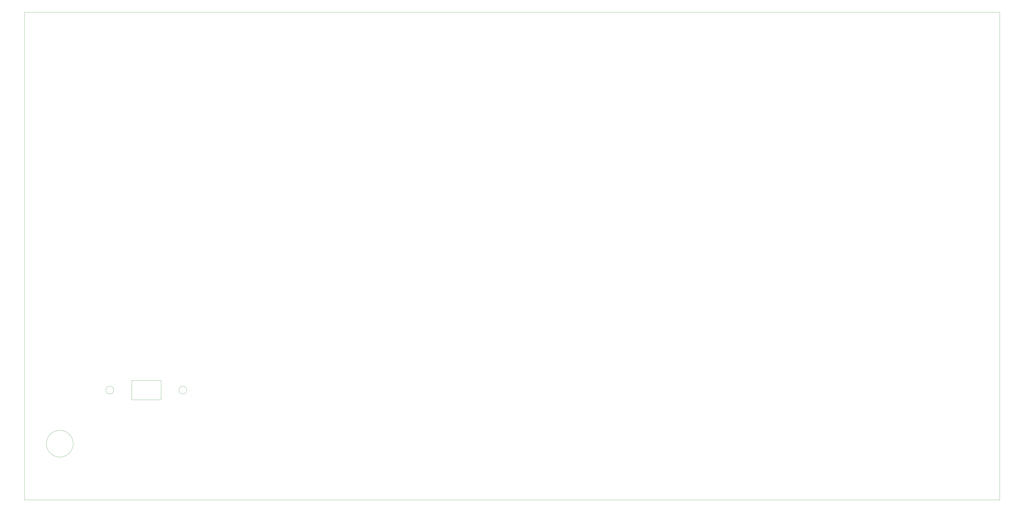
<source format=gbr>
%TF.GenerationSoftware,KiCad,Pcbnew,5.99.0+really5.1.10+dfsg1-1*%
%TF.CreationDate,2021-12-27T14:24:10+01:00*%
%TF.ProjectId,polykit-panel,706f6c79-6b69-4742-9d70-616e656c2e6b,v1.0.0*%
%TF.SameCoordinates,Original*%
%TF.FileFunction,Profile,NP*%
%FSLAX46Y46*%
G04 Gerber Fmt 4.6, Leading zero omitted, Abs format (unit mm)*
G04 Created by KiCad (PCBNEW 5.99.0+really5.1.10+dfsg1-1) date 2021-12-27 14:24:10*
%MOMM*%
%LPD*%
G01*
G04 APERTURE LIST*
%TA.AperFunction,Profile*%
%ADD10C,0.050000*%
%TD*%
G04 APERTURE END LIST*
D10*
X-68400000Y-180000000D02*
G75*
G03*
X-68400000Y-180000000I-1600000J0D01*
G01*
X-98400000Y-180000000D02*
G75*
G03*
X-98400000Y-180000000I-1600000J0D01*
G01*
X-115000000Y-202000000D02*
G75*
G03*
X-115000000Y-202000000I-5500000J0D01*
G01*
X-91000000Y-176000000D02*
X-79000000Y-176000000D01*
X-91000000Y-184000000D02*
X-91000000Y-176000000D01*
X-79000000Y-184000000D02*
X-91000000Y-184000000D01*
X-79000000Y-176000000D02*
X-79000000Y-184000000D01*
X265000000Y-225000000D02*
X265000000Y-25000000D01*
X-135000000Y-225000000D02*
X265000000Y-225000000D01*
X-135000000Y-25000000D02*
X-135000000Y-225000000D01*
X265000000Y-25000000D02*
X-135000000Y-25000000D01*
M02*

</source>
